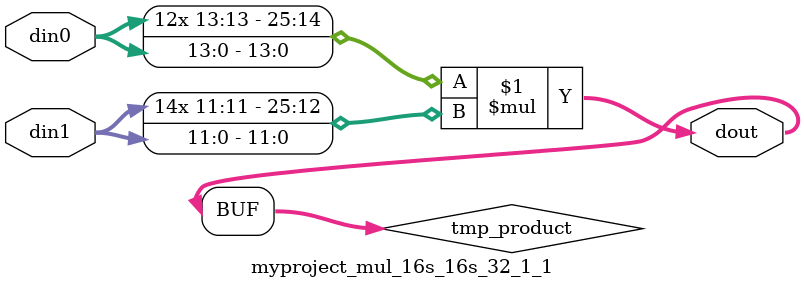
<source format=v>

`timescale 1 ns / 1 ps

  module myproject_mul_16s_16s_32_1_1(din0, din1, dout);
parameter ID = 1;
parameter NUM_STAGE = 0;
parameter din0_WIDTH = 14;
parameter din1_WIDTH = 12;
parameter dout_WIDTH = 26;

input [din0_WIDTH - 1 : 0] din0; 
input [din1_WIDTH - 1 : 0] din1; 
output [dout_WIDTH - 1 : 0] dout;

wire signed [dout_WIDTH - 1 : 0] tmp_product;













assign tmp_product = $signed(din0) * $signed(din1);








assign dout = tmp_product;







endmodule

</source>
